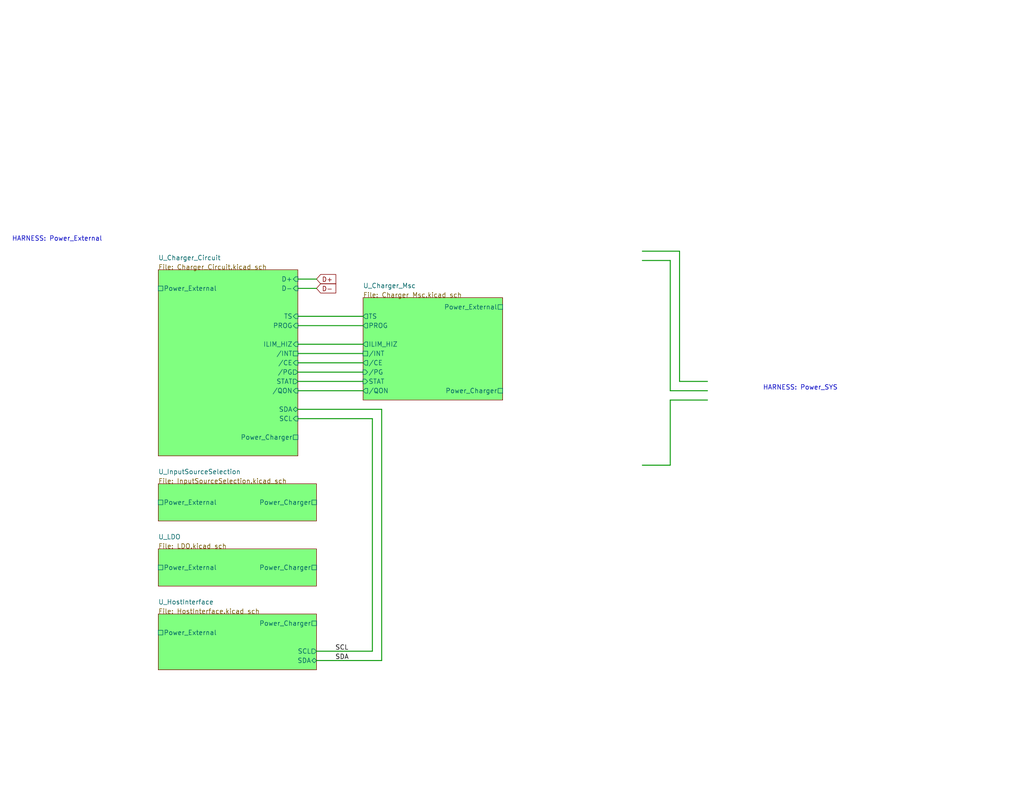
<source format=kicad_sch>
(kicad_sch (version 20211123) (generator eeschema)

  (uuid dbb7313e-f65d-47e4-a7af-aa015f8ee2cc)

  (paper "A")

  (lib_symbols
  )


  (wire (pts (xy 81.28 93.98) (xy 99.06 93.98))
    (stroke (width 0.254) (type default) (color 0 0 0 0))
    (uuid 123d1a45-3350-4a3d-badf-927fa7862975)
  )
  (wire (pts (xy 81.28 96.52) (xy 99.06 96.52))
    (stroke (width 0.254) (type default) (color 0 0 0 0))
    (uuid 12d607f0-7717-41f2-8ae6-3e80e744aa9c)
  )
  (wire (pts (xy 81.28 88.9) (xy 99.06 88.9))
    (stroke (width 0.254) (type default) (color 0 0 0 0))
    (uuid 2412ff5e-0e90-418d-933c-f5c5bf464968)
  )
  (wire (pts (xy 81.28 86.36) (xy 99.06 86.36))
    (stroke (width 0.254) (type default) (color 0 0 0 0))
    (uuid 2702aa78-3ed5-4475-a820-211cbce3f99b)
  )
  (wire (pts (xy 175.26 68.58) (xy 185.42 68.58))
    (stroke (width 0.254) (type default) (color 0 0 0 0))
    (uuid 27d7279e-2000-493d-99a5-58a0f4a87bb9)
  )
  (wire (pts (xy 86.36 177.8) (xy 101.6 177.8))
    (stroke (width 0.254) (type default) (color 0 0 0 0))
    (uuid 32647f07-78ff-41ab-9aa3-db1ceda9e3f3)
  )
  (wire (pts (xy 175.26 127) (xy 182.88 127))
    (stroke (width 0.254) (type default) (color 0 0 0 0))
    (uuid 4926568e-77be-40a0-8809-74938f32d302)
  )
  (wire (pts (xy 182.88 127) (xy 182.88 109.22))
    (stroke (width 0.254) (type default) (color 0 0 0 0))
    (uuid 66cf5076-07a9-44b6-9508-ed65dcb909c6)
  )
  (wire (pts (xy 182.88 71.12) (xy 182.88 106.68))
    (stroke (width 0.254) (type default) (color 0 0 0 0))
    (uuid 6f35373d-6cfc-44d4-836b-a14274a4af75)
  )
  (wire (pts (xy 81.28 111.76) (xy 104.14 111.76))
    (stroke (width 0.254) (type default) (color 0 0 0 0))
    (uuid 75809688-a71b-4ef6-86aa-aac90415fdcf)
  )
  (wire (pts (xy 101.6 177.8) (xy 101.6 114.3))
    (stroke (width 0.254) (type default) (color 0 0 0 0))
    (uuid 7c5bd08b-b4f5-45b8-a855-378c027a62a4)
  )
  (wire (pts (xy 81.28 99.06) (xy 99.06 99.06))
    (stroke (width 0.254) (type default) (color 0 0 0 0))
    (uuid 846a6f03-325a-4e77-877f-7d2c7d00ce61)
  )
  (wire (pts (xy 81.28 104.14) (xy 99.06 104.14))
    (stroke (width 0.254) (type default) (color 0 0 0 0))
    (uuid 84bd02f5-4591-486b-9dd4-b5be48928461)
  )
  (wire (pts (xy 81.28 101.6) (xy 99.06 101.6))
    (stroke (width 0.254) (type default) (color 0 0 0 0))
    (uuid 87bf2cb9-a0ee-4a08-b069-85d9153304c5)
  )
  (wire (pts (xy 86.36 76.2) (xy 81.28 76.2))
    (stroke (width 0.254) (type default) (color 0 0 0 0))
    (uuid 9a7d278f-21fe-445f-9f52-e5df67f50047)
  )
  (wire (pts (xy 104.14 180.34) (xy 86.36 180.34))
    (stroke (width 0.254) (type default) (color 0 0 0 0))
    (uuid a33a3c0a-3c55-4de0-8f83-602749950d18)
  )
  (wire (pts (xy 182.88 109.22) (xy 193.04 109.22))
    (stroke (width 0.254) (type default) (color 0 0 0 0))
    (uuid a743b556-ea73-4d20-b159-9092a43116d7)
  )
  (wire (pts (xy 86.36 78.74) (xy 81.28 78.74))
    (stroke (width 0.254) (type default) (color 0 0 0 0))
    (uuid a7dc28eb-32e1-415d-bec1-d7c948f5708c)
  )
  (wire (pts (xy 101.6 114.3) (xy 81.28 114.3))
    (stroke (width 0.254) (type default) (color 0 0 0 0))
    (uuid acea7447-7b81-4554-854c-e4a9d07a0551)
  )
  (wire (pts (xy 185.42 68.58) (xy 185.42 104.14))
    (stroke (width 0.254) (type default) (color 0 0 0 0))
    (uuid b71711ff-d138-42c8-9170-508fb513e4c4)
  )
  (wire (pts (xy 175.26 71.12) (xy 182.88 71.12))
    (stroke (width 0.254) (type default) (color 0 0 0 0))
    (uuid baf52caa-f29e-451c-96e3-33a3034ff181)
  )
  (wire (pts (xy 185.42 104.14) (xy 193.04 104.14))
    (stroke (width 0.254) (type default) (color 0 0 0 0))
    (uuid bf881985-01f7-496f-bbed-59685b8f8aa6)
  )
  (wire (pts (xy 81.28 106.68) (xy 99.06 106.68))
    (stroke (width 0.254) (type default) (color 0 0 0 0))
    (uuid d81ba6a0-1fbc-4f4d-904d-ef55531b9fb6)
  )
  (wire (pts (xy 104.14 111.76) (xy 104.14 180.34))
    (stroke (width 0.254) (type default) (color 0 0 0 0))
    (uuid df2348c0-b999-4afe-bc33-cad06c0d5c03)
  )
  (wire (pts (xy 182.88 106.68) (xy 193.04 106.68))
    (stroke (width 0.254) (type default) (color 0 0 0 0))
    (uuid e86e55ea-9794-4f21-a130-6eecd4289c95)
  )

  (text "HARNESS: Power_SYS" (at 228.6 106.68 180)
    (effects (font (size 1.27 1.27)) (justify right bottom))
    (uuid 2975a45e-6730-437b-ae5a-728e5d51094c)
  )
  (text "HARNESS: Power_External" (at 27.94 66.04 180)
    (effects (font (size 1.27 1.27)) (justify right bottom))
    (uuid 8f75ad9c-78a2-4bf3-bdd6-fefefc0ec5e6)
  )

  (label "SDA" (at 91.44 180.34 0)
    (effects (font (size 1.27 1.27)) (justify left bottom))
    (uuid 833cfcef-804b-442a-96b5-402dcae7bbcd)
  )
  (label "SCL" (at 91.44 177.8 0)
    (effects (font (size 1.27 1.27)) (justify left bottom))
    (uuid dc62df2b-6e43-4a38-b4d5-8cd9c588b52a)
  )

  (global_label "D+" (shape input) (at 86.36 76.2 0) (fields_autoplaced)
    (effects (font (size 1.27 1.27)) (justify left))
    (uuid 23ea6d82-2a31-4029-b274-0880d19c13ae)
    (property "Intersheet References" "${INTERSHEET_REFS}" (id 0) (at 0 0 0)
      (effects (font (size 1.27 1.27)) hide)
    )
  )
  (global_label "D-" (shape input) (at 86.36 78.74 0) (fields_autoplaced)
    (effects (font (size 1.27 1.27)) (justify left))
    (uuid dab40199-1aa2-4087-a02e-0b46f85a11df)
    (property "Intersheet References" "${INTERSHEET_REFS}" (id 0) (at 0 0 0)
      (effects (font (size 1.27 1.27)) hide)
    )
  )

  (sheet (at 43.18 149.86) (size 43.18 10.16) (fields_autoplaced)
    (stroke (width 0) (type solid) (color 128 0 0 1))
    (fill (color 128 255 128 1.0000))
    (uuid 3d2ce442-963e-42a3-b5a2-91e2768e9cd4)
    (property "Sheet name" "U_LDO" (id 0) (at 43.18 147.32 0)
      (effects (font (size 1.27 1.27)) (justify left bottom))
    )
    (property "Sheet file" "LDO.kicad_sch" (id 1) (at 43.18 149.86 0)
      (effects (font (size 1.27 1.27)) (justify left bottom))
    )
    (pin "Power_External" passive (at 43.18 154.94 180)
      (effects (font (size 1.27 1.27)) (justify left))
      (uuid 48c72f3b-d5c4-4ec4-bb0d-c9a3d1783c51)
    )
    (pin "Power_Charger" passive (at 86.36 154.94 0)
      (effects (font (size 1.27 1.27)) (justify right))
      (uuid 6ce4a199-88bf-4330-b18d-d785ede8bb2c)
    )
  )

  (sheet (at 43.18 167.64) (size 43.18 15.24) (fields_autoplaced)
    (stroke (width 0) (type solid) (color 128 0 0 1))
    (fill (color 128 255 128 1.0000))
    (uuid 4b2aa915-8ecf-40ba-a2ad-1b9d45c06c4d)
    (property "Sheet name" "U_HostInterface" (id 0) (at 43.18 165.1 0)
      (effects (font (size 1.27 1.27)) (justify left bottom))
    )
    (property "Sheet file" "HostInterface.kicad_sch" (id 1) (at 43.18 167.64 0)
      (effects (font (size 1.27 1.27)) (justify left bottom))
    )
    (pin "SCL" output (at 86.36 177.8 0)
      (effects (font (size 1.27 1.27)) (justify right))
      (uuid 7eea3e7b-7b4a-46be-b55e-5a15d111a2f2)
    )
    (pin "SDA" bidirectional (at 86.36 180.34 0)
      (effects (font (size 1.27 1.27)) (justify right))
      (uuid cb9dd539-0a5c-414f-a010-149f3fa85ea2)
    )
    (pin "Power_Charger" passive (at 86.36 170.18 0)
      (effects (font (size 1.27 1.27)) (justify right))
      (uuid 06faec89-e9d2-44d4-a61a-558ca01ccfaf)
    )
    (pin "Power_External" passive (at 43.18 172.72 180)
      (effects (font (size 1.27 1.27)) (justify left))
      (uuid 78a15995-dffc-4be1-8c34-f61aa378248f)
    )
  )

  (sheet (at 43.18 73.66) (size 38.1 50.8) (fields_autoplaced)
    (stroke (width 0) (type solid) (color 128 0 0 1))
    (fill (color 128 255 128 1.0000))
    (uuid da4c5de5-04eb-4ccc-b0f6-016491dcced8)
    (property "Sheet name" "U_Charger_Circuit" (id 0) (at 43.18 71.12 0)
      (effects (font (size 1.27 1.27)) (justify left bottom))
    )
    (property "Sheet file" "Charger_Circuit.kicad_sch" (id 1) (at 43.18 73.66 0)
      (effects (font (size 1.27 1.27)) (justify left bottom))
    )
    (pin "D+" input (at 81.28 76.2 0)
      (effects (font (size 1.27 1.27)) (justify right))
      (uuid 41a0dfec-d00a-4c59-a639-19322938e226)
    )
    (pin "D-" input (at 81.28 78.74 0)
      (effects (font (size 1.27 1.27)) (justify right))
      (uuid 5bff066f-f29f-4756-8a36-348836328685)
    )
    (pin "ILIM_HIZ" input (at 81.28 93.98 0)
      (effects (font (size 1.27 1.27)) (justify right))
      (uuid 683395ee-24ed-4dae-9b41-e47bf535a467)
    )
    (pin "PROG" input (at 81.28 88.9 0)
      (effects (font (size 1.27 1.27)) (justify right))
      (uuid 3b131f92-8cf4-4345-ab50-71bc77db7751)
    )
    (pin "/QON" input (at 81.28 106.68 0)
      (effects (font (size 1.27 1.27)) (justify right))
      (uuid 46badad2-9931-47ae-aee9-07cecc890704)
    )
    (pin "/PG" output (at 81.28 101.6 0)
      (effects (font (size 1.27 1.27)) (justify right))
      (uuid 0dc1ecd3-8c9c-4491-984e-50a2c15f15ae)
    )
    (pin "/INT" passive (at 81.28 96.52 0)
      (effects (font (size 1.27 1.27)) (justify right))
      (uuid 031c5e49-28ee-4107-9620-ed11abf7cc1a)
    )
    (pin "STAT" output (at 81.28 104.14 0)
      (effects (font (size 1.27 1.27)) (justify right))
      (uuid 8f3ef978-97a3-431d-8618-4cdb3a42b8c8)
    )
    (pin "/CE" input (at 81.28 99.06 0)
      (effects (font (size 1.27 1.27)) (justify right))
      (uuid 79ea1cc6-d060-46a5-8471-a63b214900a8)
    )
    (pin "SCL" input (at 81.28 114.3 0)
      (effects (font (size 1.27 1.27)) (justify right))
      (uuid 4025d286-46fc-4fad-beef-f47c4ece674b)
    )
    (pin "SDA" bidirectional (at 81.28 111.76 0)
      (effects (font (size 1.27 1.27)) (justify right))
      (uuid 315d4e0a-1cd0-4fd0-a269-6e70608a5e4d)
    )
    (pin "TS" input (at 81.28 86.36 0)
      (effects (font (size 1.27 1.27)) (justify right))
      (uuid 71a71a22-8155-4a12-b109-11281ab8d198)
    )
    (pin "Power_External" passive (at 43.18 78.74 180)
      (effects (font (size 1.27 1.27)) (justify left))
      (uuid 4d481356-6bbb-46eb-95f7-475b9f89c177)
    )
    (pin "Power_Charger" passive (at 81.28 119.38 0)
      (effects (font (size 1.27 1.27)) (justify right))
      (uuid 1c40a309-482c-4a02-a030-ca04a2d2e515)
    )
  )

  (sheet (at 99.06 81.28) (size 38.1 27.94) (fields_autoplaced)
    (stroke (width 0) (type solid) (color 128 0 0 1))
    (fill (color 128 255 128 1.0000))
    (uuid e45cd675-399a-49d4-aa4a-4b66851ef9a4)
    (property "Sheet name" "U_Charger_Msc" (id 0) (at 99.06 78.74 0)
      (effects (font (size 1.27 1.27)) (justify left bottom))
    )
    (property "Sheet file" "Charger_Msc.kicad_sch" (id 1) (at 99.06 81.28 0)
      (effects (font (size 1.27 1.27)) (justify left bottom))
    )
    (pin "/INT" passive (at 99.06 96.52 180)
      (effects (font (size 1.27 1.27)) (justify left))
      (uuid 89ad0f95-1b2b-4b18-83bc-5e32dc05c7d5)
    )
    (pin "TS" output (at 99.06 86.36 180)
      (effects (font (size 1.27 1.27)) (justify left))
      (uuid 473f0d21-003d-4d7e-b9b9-38acb8200078)
    )
    (pin "/CE" output (at 99.06 99.06 180)
      (effects (font (size 1.27 1.27)) (justify left))
      (uuid dc05322e-1512-4ff5-8ff1-ca323c4e77b5)
    )
    (pin "ILIM_HIZ" output (at 99.06 93.98 180)
      (effects (font (size 1.27 1.27)) (justify left))
      (uuid 178bc5f7-146f-4eb5-b6d3-41da88034b47)
    )
    (pin "/PG" input (at 99.06 101.6 180)
      (effects (font (size 1.27 1.27)) (justify left))
      (uuid 2106ac90-4319-463d-975e-170b644bf2d8)
    )
    (pin "STAT" input (at 99.06 104.14 180)
      (effects (font (size 1.27 1.27)) (justify left))
      (uuid eb36e747-29ed-48ac-982e-ff12eba0e02e)
    )
    (pin "/QON" output (at 99.06 106.68 180)
      (effects (font (size 1.27 1.27)) (justify left))
      (uuid 0deba31a-eaf4-4e21-9650-8cb5193a4e42)
    )
    (pin "PROG" output (at 99.06 88.9 180)
      (effects (font (size 1.27 1.27)) (justify left))
      (uuid a113ff05-cf2d-4236-b60c-0c2eef7caa8d)
    )
    (pin "Power_Charger" passive (at 137.16 106.68 0)
      (effects (font (size 1.27 1.27)) (justify right))
      (uuid 8f68fe7f-16a0-4bb2-83ad-3b434fcd4f5d)
    )
    (pin "Power_External" passive (at 137.16 83.82 0)
      (effects (font (size 1.27 1.27)) (justify right))
      (uuid 53bb3cb8-b303-4327-b816-a7a7d2f1b582)
    )
  )

  (sheet (at 43.18 132.08) (size 43.18 10.16) (fields_autoplaced)
    (stroke (width 0) (type solid) (color 128 0 0 1))
    (fill (color 128 255 128 1.0000))
    (uuid fb848c64-9464-4e4f-bd22-f326d515aea3)
    (property "Sheet name" "U_InputSourceSelection" (id 0) (at 43.18 129.54 0)
      (effects (font (size 1.27 1.27)) (justify left bottom))
    )
    (property "Sheet file" "InputSourceSelection.kicad_sch" (id 1) (at 43.18 132.08 0)
      (effects (font (size 1.27 1.27)) (justify left bottom))
    )
    (pin "Power_External" passive (at 43.18 137.16 180)
      (effects (font (size 1.27 1.27)) (justify left))
      (uuid 74ab5cf7-6d6c-41e4-ac69-32fc9834ffa0)
    )
    (pin "Power_Charger" passive (at 86.36 137.16 0)
      (effects (font (size 1.27 1.27)) (justify right))
      (uuid dd88c867-b43a-415b-a01f-a0bf06e2f384)
    )
  )

  (sheet_instances
    (path "/" (page "4"))
    (path "/da4c5de5-04eb-4ccc-b0f6-016491dcced8" (page "#"))
    (path "/fb848c64-9464-4e4f-bd22-f326d515aea3" (page "#"))
    (path "/3d2ce442-963e-42a3-b5a2-91e2768e9cd4" (page "#"))
    (path "/4b2aa915-8ecf-40ba-a2ad-1b9d45c06c4d" (page "#"))
    (path "/e45cd675-399a-49d4-aa4a-4b66851ef9a4" (page "#"))
  )
)

</source>
